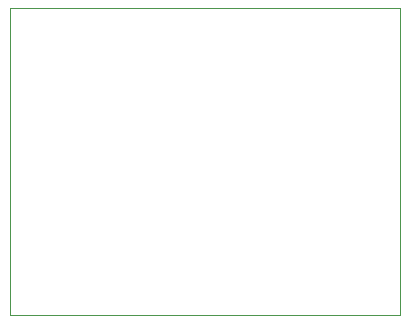
<source format=gbr>
%TF.GenerationSoftware,KiCad,Pcbnew,8.0.0*%
%TF.CreationDate,2024-04-30T16:38:53+03:00*%
%TF.ProjectId,bumper-kicad,62756d70-6572-42d6-9b69-6361642e6b69,rev?*%
%TF.SameCoordinates,Original*%
%TF.FileFunction,Profile,NP*%
%FSLAX46Y46*%
G04 Gerber Fmt 4.6, Leading zero omitted, Abs format (unit mm)*
G04 Created by KiCad (PCBNEW 8.0.0) date 2024-04-30 16:38:53*
%MOMM*%
%LPD*%
G01*
G04 APERTURE LIST*
%TA.AperFunction,Profile*%
%ADD10C,0.050000*%
%TD*%
G04 APERTURE END LIST*
D10*
X156500000Y-79000000D02*
X189500000Y-79000000D01*
X189500000Y-105000000D01*
X156500000Y-105000000D01*
X156500000Y-79000000D01*
M02*

</source>
